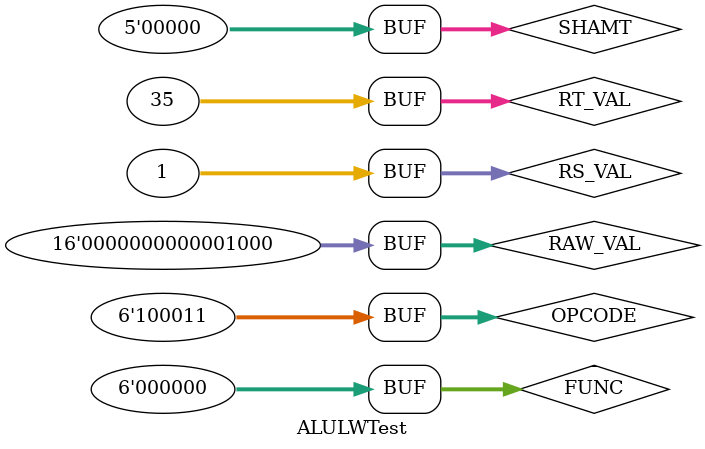
<source format=v>
`timescale 1ns / 1ps


module ALULWTest;

	// Inputs
	reg [5:0] OPCODE;
	reg [31:0] RS_VAL;
	reg [31:0] RT_VAL;
	reg [4:0] SHAMT;
	reg [5:0] FUNC;
	reg [15:0] RAW_VAL;

	// Outputs
	wire [31:0] RESULT;
	wire SIG_B;

	// Instantiate the Unit Under Test (UUT)
	ALU uut (
		.RESULT(RESULT), 
		.SIG_B(SIG_B), 
		.OPCODE(OPCODE), 
		.RS_VAL(RS_VAL), 
		.RT_VAL(RT_VAL), 
		.SHAMT(SHAMT), 
		.FUNC(FUNC), 
		.RAW_VAL(RAW_VAL)
	);

	initial begin
		// Initialize Inputs
		OPCODE = 0;
		RS_VAL = 0;
		RT_VAL = 0;
		SHAMT = 0;
		FUNC = 0;
		RAW_VAL = 0;

		// Wait 100 ns for global reset to finish
		#100;
		
		OPCODE = 6'b100011;
		RS_VAL = 15;
		RT_VAL = 12;
		RAW_VAL = 19;
		#100;
		
		OPCODE = 6'b100011;
		RS_VAL = 23;
		RT_VAL = 2;
		RAW_VAL = 14;
		#100;

		OPCODE = 6'b100011;
		RS_VAL = 1;
		RT_VAL = 35;
		RAW_VAL = 8;
		#100;
        
		// Add stimulus here

	end
      
endmodule


</source>
